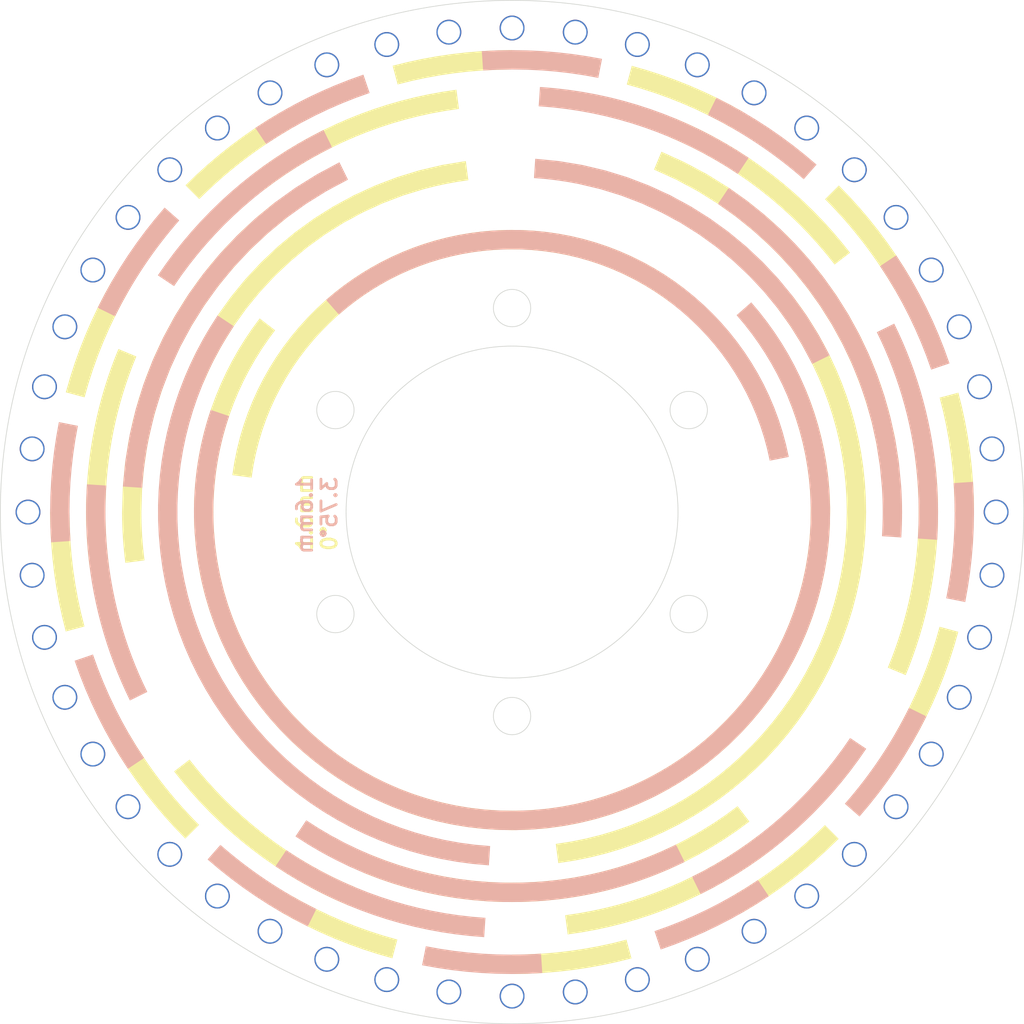
<source format=kicad_pcb>
(kicad_pcb (version 20240108) (generator "pcbnew") (generator_version "8.0")
  (title_block (title "Encoder Wheel 48") (date "${DATE}") (rev "2.1.1") (company "OpenFlap") (comment 1 "${GIT_TAG}") (comment 2 "Repo: github.com/ToonVanEyck/OpenFlap") (comment 3 "Designer: Toon Van Eyck"))
  (layers (0 "F.Cu" signal) (31 "B.Cu" signal) (34 "B.Paste" user) (35 "F.Paste" user) (36 "B.SilkS" user "B.Silkscreen") (37 "F.SilkS" user "F.Silkscreen") (38 "B.Mask" user) (39 "F.Mask" user) (44 "Edge.Cuts" user))
  (net 0 "")
  (footprint "EncoderPattern:OpenFlapEncoderPattern48_1.6mm" (layer "F.Cu") (at 101 100)
    (property "Reference" "ENC1" (hide yes))
    (property "Value" "OpenFlapEncoderPattern48_1.6mm" (hide yes))
  )
  (footprint "EncoderPattern:OpenFlapEncoderPattern48_1.6mm" (layer "B.Cu") (at 101 100 -176.25)
    (property "Reference" "ENC2" (hide yes))
    (property "Value" "OpenFlapEncoderPattern48_1.6mm" (hide yes))
  )
  (gr_circle (center 88.226125 107.375) (end 89.576125 107.375) (stroke (width 0.05)) (fill none) (layer "Edge.Cuts"))
  (gr_circle (center 101 100) (end 113 100) (stroke (width 0.05)) (fill none) (layer "Edge.Cuts"))
  (gr_circle (center 101 85.25) (end 102.35 85.25) (stroke (width 0.05)) (fill none) (layer "Edge.Cuts"))
  (gr_circle (center 113.773875 92.625) (end 115.123875 92.625) (stroke (width 0.05)) (fill none) (layer "Edge.Cuts"))
  (gr_circle (center 88.226125 92.625) (end 89.576125 92.625) (stroke (width 0.05)) (fill none) (layer "Edge.Cuts"))
  (gr_circle (center 101 100) (end 138 100) (stroke (width 0.05)) (fill none) (layer "Edge.Cuts"))
  (gr_circle (center 113.773875 107.375) (end 115.123875 107.375) (stroke (width 0.05)) (fill none) (layer "Edge.Cuts"))
  (gr_circle (center 101 114.75) (end 102.35 114.75) (stroke (width 0.05)) (fill none) (layer "Edge.Cuts"))
  (gr_text "1.6mm \n3.75°" (at 88.427 97.333 90) (layer "B.SilkS") (effects (font (size 1.1 1.1) (thickness 0.2) (bold yes)) (justify left bottom mirror)))
  (gr_text "1.6mm \n0°" (at 88.427 102.921 90) (layer "F.SilkS") (effects (font (size 1.1 1.1) (thickness 0.2) (bold yes)) (justify left bottom)))
  (via (at 118.5 130.310889) (size 1.8) (drill 1.6) (layers "F.Cu" "B.Cu") (net 0))
  (via (at 105.568417 134.70057) (size 1.8) (drill 1.6) (layers "F.Cu" "B.Cu") (net 0))
  (via (at 83.5 69.689111) (size 1.8) (drill 1.6) (layers "F.Cu" "B.Cu") (net 0))
  (via (at 83.5 130.310889) (size 1.8) (drill 1.6) (layers "F.Cu" "B.Cu") (net 0))
  (via (at 110.058667 133.807404) (size 1.8) (drill 1.6) (layers "F.Cu" "B.Cu") (net 0))
  (via (at 87.60608 132.335784) (size 1.8) (drill 1.6) (layers "F.Cu" "B.Cu") (net 0))
  (via (at 134.807404 90.941333) (size 1.8) (drill 1.6) (layers "F.Cu" "B.Cu") (net 0))
  (via (at 125.748737 75.251263) (size 1.8) (drill 1.6) (layers "F.Cu" "B.Cu") (net 0))
  (via (at 96.431583 65.29943) (size 1.8) (drill 1.6) (layers "F.Cu" "B.Cu") (net 0))
  (via (at 114.39392 67.664216) (size 1.8) (drill 1.6) (layers "F.Cu" "B.Cu") (net 0))
  (via (at 91.941333 133.807404) (size 1.8) (drill 1.6) (layers "F.Cu" "B.Cu") (net 0))
  (via (at 110.058667 66.192596) (size 1.8) (drill 1.6) (layers "F.Cu" "B.Cu") (net 0))
  (via (at 105.568417 65.29943) (size 1.8) (drill 1.6) (layers "F.Cu" "B.Cu") (net 0))
  (via (at 131.310889 82.5) (size 1.8) (drill 1.6) (layers "F.Cu" "B.Cu") (net 0))
  (via (at 128.767367 78.69335) (size 1.8) (drill 1.6) (layers "F.Cu" "B.Cu") (net 0))
  (via (at 114.39392 132.335784) (size 1.8) (drill 1.6) (layers "F.Cu" "B.Cu") (net 0))
  (via (at 79.69335 127.767367) (size 1.8) (drill 1.6) (layers "F.Cu" "B.Cu") (net 0))
  (via (at 68.664216 86.60608) (size 1.8) (drill 1.6) (layers "F.Cu" "B.Cu") (net 0))
  (via (at 68.664216 113.39392) (size 1.8) (drill 1.6) (layers "F.Cu" "B.Cu") (net 0))
  (via (at 134.807404 109.058667) (size 1.8) (drill 1.6) (layers "F.Cu" "B.Cu") (net 0))
  (via (at 101 135) (size 1.8) (drill 1.6) (layers "F.Cu" "B.Cu") (net 0))
  (via (at 79.69335 72.232633) (size 1.8) (drill 1.6) (layers "F.Cu" "B.Cu") (net 0))
  (via (at 118.5 69.689111) (size 1.8) (drill 1.6) (layers "F.Cu" "B.Cu") (net 0))
  (via (at 96.431583 134.70057) (size 1.8) (drill 1.6) (layers "F.Cu" "B.Cu") (net 0))
  (via (at 101 65) (size 1.8) (drill 1.6) (layers "F.Cu" "B.Cu") (net 0))
  (via (at 136 100) (size 1.8) (drill 1.6) (layers "F.Cu" "B.Cu") (net 0))
  (via (at 135.70057 95.431583) (size 1.8) (drill 1.6) (layers "F.Cu" "B.Cu") (net 0))
  (via (at 133.335784 113.39392) (size 1.8) (drill 1.6) (layers "F.Cu" "B.Cu") (net 0))
  (via (at 67.192596 90.941333) (size 1.8) (drill 1.6) (layers "F.Cu" "B.Cu") (net 0))
  (via (at 70.689111 82.5) (size 1.8) (drill 1.6) (layers "F.Cu" "B.Cu") (net 0))
  (via (at 67.192596 109.058667) (size 1.8) (drill 1.6) (layers "F.Cu" "B.Cu") (net 0))
  (via (at 70.689111 117.5) (size 1.8) (drill 1.6) (layers "F.Cu" "B.Cu") (net 0))
  (via (at 133.335784 86.60608) (size 1.8) (drill 1.6) (layers "F.Cu" "B.Cu") (net 0))
  (via (at 87.60608 67.664216) (size 1.8) (drill 1.6) (layers "F.Cu" "B.Cu") (net 0))
  (via (at 122.30665 72.232633) (size 1.8) (drill 1.6) (layers "F.Cu" "B.Cu") (net 0))
  (via (at 73.232633 121.30665) (size 1.8) (drill 1.6) (layers "F.Cu" "B.Cu") (net 0))
  (via (at 125.748737 124.748737) (size 1.8) (drill 1.6) (layers "F.Cu" "B.Cu") (net 0))
  (via (at 66.29943 104.568417) (size 1.8) (drill 1.6) (layers "F.Cu" "B.Cu") (net 0))
  (via (at 122.30665 127.767367) (size 1.8) (drill 1.6) (layers "F.Cu" "B.Cu") (net 0))
  (via (at 91.941333 66.192596) (size 1.8) (drill 1.6) (layers "F.Cu" "B.Cu") (net 0))
  (via (at 73.232633 78.69335) (size 1.8) (drill 1.6) (layers "F.Cu" "B.Cu") (net 0))
  (via (at 128.767367 121.30665) (size 1.8) (drill 1.6) (layers "F.Cu" "B.Cu") (net 0))
  (via (at 66.29943 95.431583) (size 1.8) (drill 1.6) (layers "F.Cu" "B.Cu") (net 0))
  (via (at 76.251263 75.251263) (size 1.8) (drill 1.6) (layers "F.Cu" "B.Cu") (net 0))
  (via (at 66 100) (size 1.8) (drill 1.6) (layers "F.Cu" "B.Cu") (net 0))
  (via (at 135.70057 104.568417) (size 1.8) (drill 1.6) (layers "F.Cu" "B.Cu") (net 0))
  (via (at 131.310889 117.5) (size 1.8) (drill 1.6) (layers "F.Cu" "B.Cu") (net 0))
  (via (at 76.251263 124.748737) (size 1.8) (drill 1.6) (layers "F.Cu" "B.Cu") (net 0))
)
</source>
